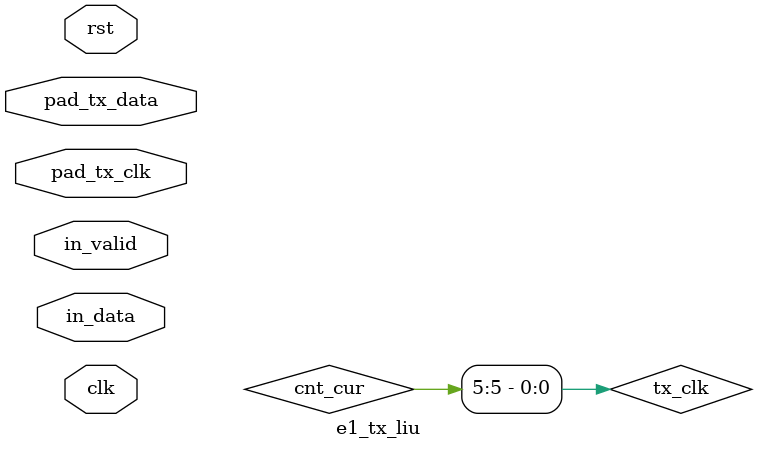
<source format=v>
/*
 * e1_tx_liu.v
 *
 * vim: ts=4 sw=4
 *
 * E1 RX interface to external LIU
 *
 * Copyright (C) 2019-2020  Sylvain Munaut <tnt@246tNt.com>
 * SPDX-License-Identifier: CERN-OHL-W-2.0
 */

`default_nettype none

module e1_tx_liu (
	// Pads
	input  wire pad_tx_data,
	input  wire pad_tx_clk,

	// Intput
	input  wire in_data,
	input  wire in_valid,

	// Common
	input  wire clk,
	input  wire rst
);
	// Signals
	reg [5:0] cnt_cur;
	reg [5:0] cnt_nxt;

	reg  tx_data;
	wire tx_clk;

	// Counters
	always @(posedge clk)
		if (in_valid)
			cnt_nxt <= 0;
		else
			cnt_nxt <= cnt_nxt + 1;

	always @(posedge clk)
		if (in_valid)
			cnt_cur <= { 1'b1, cnt_nxt[5:1] };
		else
			cnt_cur <= cnt_cur - 1;

	// TX
	always @(posedge clk)
		if (in_valid)
			tx_data <= in_data;

	assign tx_clk = cnt_cur[5];

	// IOBs (registered)
	SB_IO #(
		.PIN_TYPE(6'b0101_00),
		.PULLUP(1'b0),
		.NEG_TRIGGER(1'b0)
	) tx_data_iob_I (
		.PACKAGE_PIN(pad_tx_data),
		.LATCH_INPUT_VALUE(1'b0),
		.CLOCK_ENABLE(1'b1),
		.INPUT_CLK(1'b0),
		.OUTPUT_CLK(clk),
		.OUTPUT_ENABLE(1'b1),
		.D_OUT_0(tx_data),
		.D_OUT_1(1'b0),
		.D_IN_0(),
		.D_IN_1()
	);

	SB_IO #(
		.PIN_TYPE(6'b0101_00),
		.PULLUP(1'b0),
		.NEG_TRIGGER(1'b0)
	) tx_clk_iob_I (
		.PACKAGE_PIN(pad_tx_clk),
		.LATCH_INPUT_VALUE(1'b0),
		.CLOCK_ENABLE(1'b1),
		.INPUT_CLK(1'b0),
		.OUTPUT_CLK(clk),
		.OUTPUT_ENABLE(1'b1),
		.D_OUT_0(tx_clk),
		.D_OUT_1(1'b0),
		.D_IN_0(),
		.D_IN_1()
	);

endmodule // e1_tx_liu

</source>
